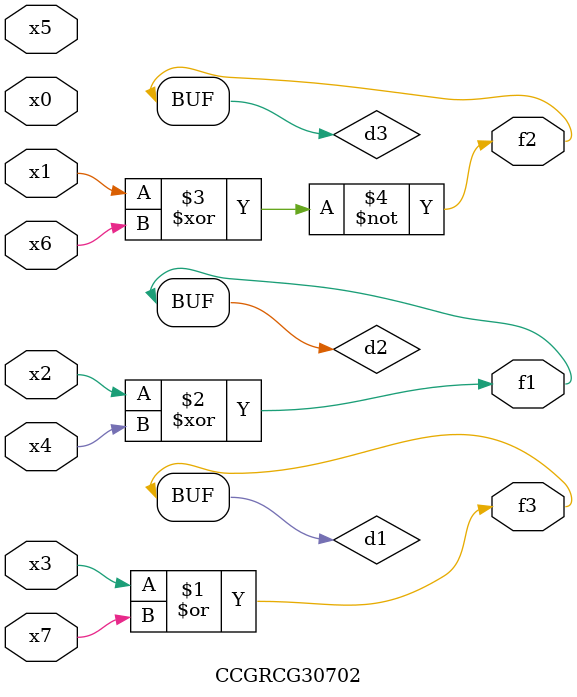
<source format=v>
module CCGRCG30702(
	input x0, x1, x2, x3, x4, x5, x6, x7,
	output f1, f2, f3
);

	wire d1, d2, d3;

	or (d1, x3, x7);
	xor (d2, x2, x4);
	xnor (d3, x1, x6);
	assign f1 = d2;
	assign f2 = d3;
	assign f3 = d1;
endmodule

</source>
